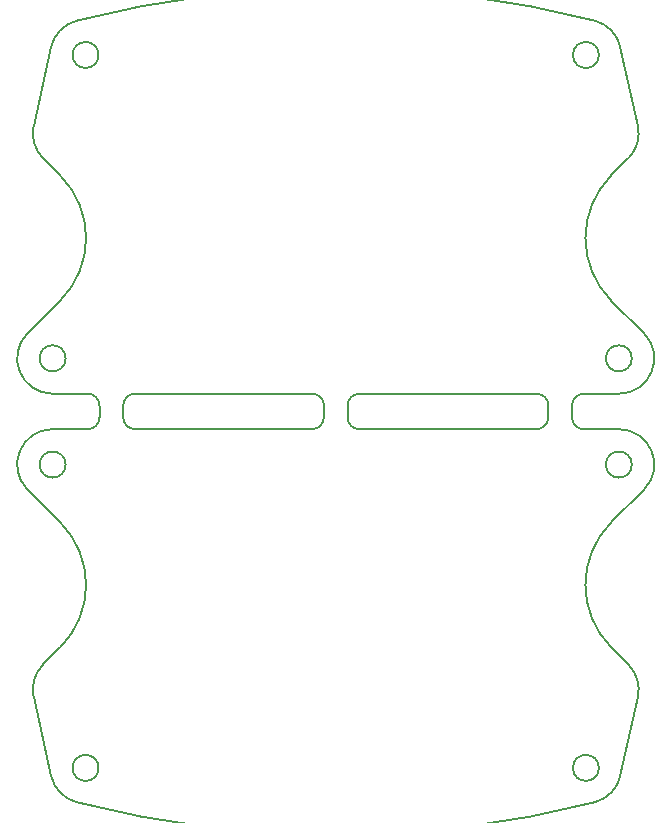
<source format=gbr>
%TF.GenerationSoftware,KiCad,Pcbnew,7.0.11*%
%TF.CreationDate,2025-06-24T23:57:38+09:00*%
%TF.ProjectId,2ndLayer_3rdLayer,326e644c-6179-4657-925f-3372644c6179,rev?*%
%TF.SameCoordinates,Original*%
%TF.FileFunction,Profile,NP*%
%FSLAX46Y46*%
G04 Gerber Fmt 4.6, Leading zero omitted, Abs format (unit mm)*
G04 Created by KiCad (PCBNEW 7.0.11) date 2025-06-24 23:57:38*
%MOMM*%
%LPD*%
G01*
G04 APERTURE LIST*
%TA.AperFunction,Profile*%
%ADD10C,0.200000*%
%TD*%
G04 APERTURE END LIST*
D10*
X115280720Y-80329605D02*
X116715476Y-81764361D01*
X116715476Y-121735639D02*
X115280720Y-123170395D01*
X166142240Y-95128679D02*
X163384524Y-92370963D01*
X139050000Y-102250000D02*
X139050000Y-101250000D01*
X119050000Y-103250000D02*
X116079080Y-103250000D01*
X119050000Y-103250000D02*
G75*
G03*
X120050000Y-102250000I1J999999D01*
G01*
X164020920Y-103250000D02*
X161050000Y-103250000D01*
X115941964Y-132578186D02*
G75*
G03*
X118123604Y-134835350I2929116J648205D01*
G01*
X142050000Y-100250000D02*
G75*
G03*
X141050000Y-101250000I0J-1000000D01*
G01*
X138050000Y-103250000D02*
X123050000Y-103250000D01*
X138050000Y-103250000D02*
G75*
G03*
X139050000Y-102250000I1J999999D01*
G01*
X116715476Y-92370963D02*
X113957760Y-95128679D01*
X141050000Y-101250000D02*
X141050000Y-102250000D01*
X163384526Y-111129039D02*
G75*
G03*
X163384524Y-121735639I5303304J-5303301D01*
G01*
X123050000Y-100250000D02*
G75*
G03*
X122050000Y-101250000I-1J-999999D01*
G01*
X164020920Y-100250014D02*
G75*
G03*
X166142240Y-95128679I-20J3000014D01*
G01*
X115280720Y-123170395D02*
G75*
G03*
X114472909Y-125939934I2121449J-2121357D01*
G01*
X138050000Y-100250000D02*
X123050000Y-100250000D01*
X157050000Y-103250000D02*
X142050000Y-103250000D01*
X165120920Y-97250000D02*
G75*
G03*
X162920920Y-97250000I-1100000J0D01*
G01*
X162920920Y-97250000D02*
G75*
G03*
X165120920Y-97250000I1100000J0D01*
G01*
X163384524Y-111129037D02*
X166142240Y-108371321D01*
X160050000Y-102250000D02*
G75*
G03*
X161050000Y-103250000I1000000J0D01*
G01*
X116715476Y-92370963D02*
G75*
G03*
X116715476Y-81764361I-5303322J5303301D01*
G01*
X122050000Y-102250000D02*
G75*
G03*
X123050000Y-103250000I999999J-1D01*
G01*
X158050000Y-102250000D02*
X158050000Y-101250000D01*
X161050000Y-100250000D02*
X164020920Y-100250000D01*
X120050000Y-101250000D02*
G75*
G03*
X119050000Y-100250000I-999999J1D01*
G01*
X157050000Y-103250000D02*
G75*
G03*
X158050000Y-102250000I0J1000000D01*
G01*
X166142230Y-108371311D02*
G75*
G03*
X164020920Y-103250000I-2121330J2121311D01*
G01*
X141050000Y-102250000D02*
G75*
G03*
X142050000Y-103250000I1000000J0D01*
G01*
X116715476Y-121735639D02*
G75*
G03*
X116715476Y-111129037I-5303298J5303301D01*
G01*
X118123604Y-68664650D02*
G75*
G03*
X115941963Y-70921814I747641J-2905529D01*
G01*
X117179080Y-97250000D02*
G75*
G03*
X114979080Y-97250000I-1100000J0D01*
G01*
X114979080Y-97250000D02*
G75*
G03*
X117179080Y-97250000I1100000J0D01*
G01*
X164819280Y-123170395D02*
X163384524Y-121735639D01*
X160050000Y-101250000D02*
X160050000Y-102250000D01*
X119971095Y-131929967D02*
G75*
G03*
X117771095Y-131929967I-1100000J0D01*
G01*
X117771095Y-131929967D02*
G75*
G03*
X119971095Y-131929967I1100000J0D01*
G01*
X139050000Y-101250000D02*
G75*
G03*
X138050000Y-100250000I-999999J1D01*
G01*
X115941963Y-70921814D02*
X114472909Y-77560066D01*
X161050000Y-100250000D02*
G75*
G03*
X160050000Y-101250000I0J-1000000D01*
G01*
X114472909Y-77560066D02*
G75*
G03*
X115280720Y-80329605I2929041J-648245D01*
G01*
X117179080Y-106250000D02*
G75*
G03*
X114979080Y-106250000I-1100000J0D01*
G01*
X114979080Y-106250000D02*
G75*
G03*
X117179080Y-106250000I1100000J0D01*
G01*
X163384522Y-81764359D02*
G75*
G03*
X163384524Y-92370963I5303298J-5303301D01*
G01*
X163384524Y-81764361D02*
X164819280Y-80329605D01*
X119050000Y-100250000D02*
X116079080Y-100250000D01*
X120050000Y-102250000D02*
X120050000Y-101250000D01*
X161976397Y-134835356D02*
G75*
G03*
X164158037Y-132578186I-747537J2905426D01*
G01*
X165120920Y-106250000D02*
G75*
G03*
X162920920Y-106250000I-1100000J0D01*
G01*
X162920920Y-106250000D02*
G75*
G03*
X165120920Y-106250000I1100000J0D01*
G01*
X113957760Y-108371321D02*
X116715476Y-111129037D01*
X118123604Y-134835351D02*
G75*
G03*
X161976396Y-134835351I21926396J85224598D01*
G01*
X165627114Y-125939939D02*
G75*
G03*
X164819279Y-123170396I-2929014J648239D01*
G01*
X164819279Y-80329604D02*
G75*
G03*
X165627090Y-77560066I-2121439J2121354D01*
G01*
X161976396Y-68664649D02*
G75*
G03*
X118123604Y-68664649I-21926396J-85224598D01*
G01*
X165627091Y-77560066D02*
X164158037Y-70921814D01*
X116079080Y-103250000D02*
G75*
G03*
X113957760Y-108371321I-5J-2999998D01*
G01*
X162328905Y-71570033D02*
G75*
G03*
X160128905Y-71570033I-1100000J0D01*
G01*
X160128905Y-71570033D02*
G75*
G03*
X162328905Y-71570033I1100000J0D01*
G01*
X114472909Y-125939934D02*
X115941963Y-132578186D01*
X164158037Y-132578186D02*
X165627091Y-125939934D01*
X113957760Y-95128679D02*
G75*
G03*
X116079080Y-100250000I2121348J-2121309D01*
G01*
X122050000Y-101250000D02*
X122050000Y-102250000D01*
X158050000Y-101250000D02*
G75*
G03*
X157050000Y-100250000I-1000000J0D01*
G01*
X164158039Y-70921814D02*
G75*
G03*
X161976396Y-68664650I-2929189J-648276D01*
G01*
X162328905Y-131929967D02*
G75*
G03*
X160128905Y-131929967I-1100000J0D01*
G01*
X160128905Y-131929967D02*
G75*
G03*
X162328905Y-131929967I1100000J0D01*
G01*
X157050000Y-100250000D02*
X142050000Y-100250000D01*
X119971095Y-71570033D02*
G75*
G03*
X117771095Y-71570033I-1100000J0D01*
G01*
X117771095Y-71570033D02*
G75*
G03*
X119971095Y-71570033I1100000J0D01*
G01*
M02*

</source>
